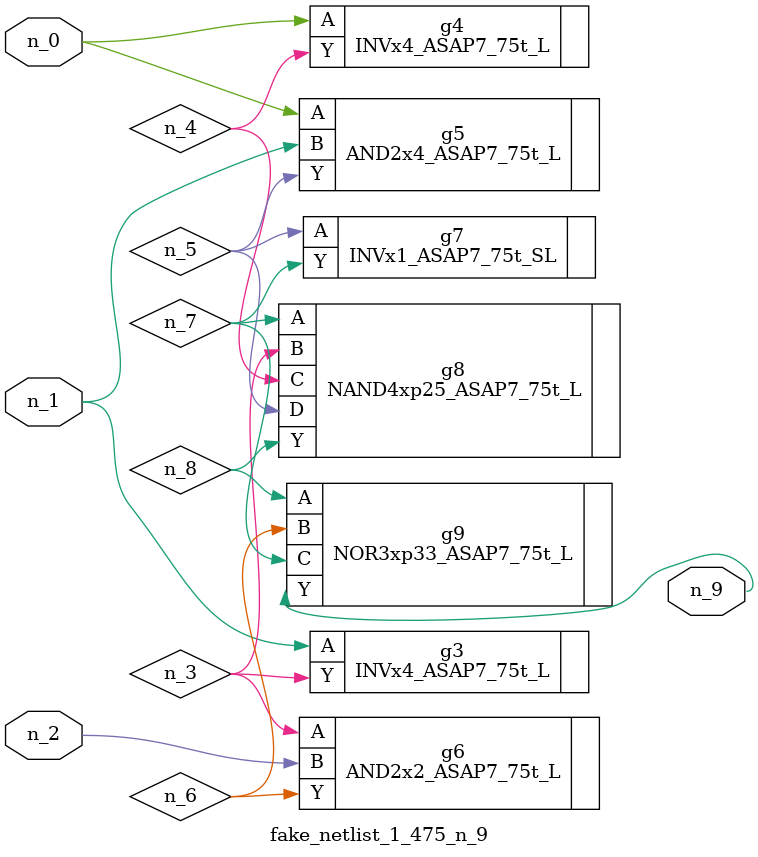
<source format=v>
module fake_netlist_1_475_n_9 (n_1, n_2, n_0, n_9);
input n_1;
input n_2;
input n_0;
output n_9;
wire n_6;
wire n_4;
wire n_3;
wire n_5;
wire n_7;
wire n_8;
INVx4_ASAP7_75t_L g3 ( .A(n_1), .Y(n_3) );
INVx4_ASAP7_75t_L g4 ( .A(n_0), .Y(n_4) );
AND2x4_ASAP7_75t_L g5 ( .A(n_0), .B(n_1), .Y(n_5) );
AND2x2_ASAP7_75t_L g6 ( .A(n_3), .B(n_2), .Y(n_6) );
INVx1_ASAP7_75t_SL g7 ( .A(n_5), .Y(n_7) );
NAND4xp25_ASAP7_75t_L g8 ( .A(n_7), .B(n_3), .C(n_4), .D(n_5), .Y(n_8) );
NOR3xp33_ASAP7_75t_L g9 ( .A(n_8), .B(n_6), .C(n_7), .Y(n_9) );
endmodule
</source>
